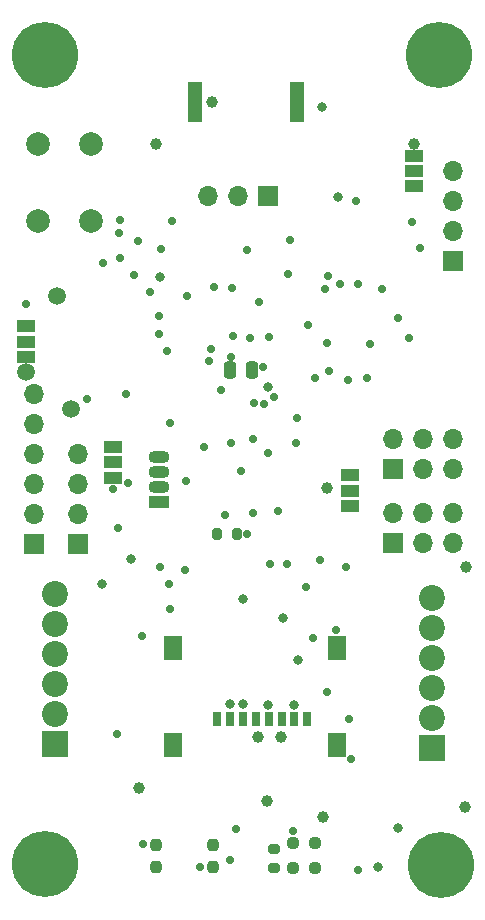
<source format=gbr>
%TF.GenerationSoftware,KiCad,Pcbnew,(7.0.0)*%
%TF.CreationDate,2023-07-06T10:13:40+01:00*%
%TF.ProjectId,wolf flight comp,776f6c66-2066-46c6-9967-687420636f6d,rev?*%
%TF.SameCoordinates,Original*%
%TF.FileFunction,Soldermask,Bot*%
%TF.FilePolarity,Negative*%
%FSLAX46Y46*%
G04 Gerber Fmt 4.6, Leading zero omitted, Abs format (unit mm)*
G04 Created by KiCad (PCBNEW (7.0.0)) date 2023-07-06 10:13:40*
%MOMM*%
%LPD*%
G01*
G04 APERTURE LIST*
G04 Aperture macros list*
%AMRoundRect*
0 Rectangle with rounded corners*
0 $1 Rounding radius*
0 $2 $3 $4 $5 $6 $7 $8 $9 X,Y pos of 4 corners*
0 Add a 4 corners polygon primitive as box body*
4,1,4,$2,$3,$4,$5,$6,$7,$8,$9,$2,$3,0*
0 Add four circle primitives for the rounded corners*
1,1,$1+$1,$2,$3*
1,1,$1+$1,$4,$5*
1,1,$1+$1,$6,$7*
1,1,$1+$1,$8,$9*
0 Add four rect primitives between the rounded corners*
20,1,$1+$1,$2,$3,$4,$5,0*
20,1,$1+$1,$4,$5,$6,$7,0*
20,1,$1+$1,$6,$7,$8,$9,0*
20,1,$1+$1,$8,$9,$2,$3,0*%
G04 Aperture macros list end*
%ADD10R,1.700000X1.700000*%
%ADD11O,1.700000X1.700000*%
%ADD12R,2.200000X2.200000*%
%ADD13C,2.200000*%
%ADD14C,5.600000*%
%ADD15R,1.800000X1.070000*%
%ADD16O,1.800000X1.070000*%
%ADD17C,2.000000*%
%ADD18RoundRect,0.237500X0.237500X-0.250000X0.237500X0.250000X-0.237500X0.250000X-0.237500X-0.250000X0*%
%ADD19R,1.500000X1.000000*%
%ADD20RoundRect,0.200000X-0.200000X-0.275000X0.200000X-0.275000X0.200000X0.275000X-0.200000X0.275000X0*%
%ADD21R,1.500000X2.000000*%
%ADD22R,0.800000X1.200000*%
%ADD23RoundRect,0.200000X0.275000X-0.200000X0.275000X0.200000X-0.275000X0.200000X-0.275000X-0.200000X0*%
%ADD24RoundRect,0.250000X0.250000X0.475000X-0.250000X0.475000X-0.250000X-0.475000X0.250000X-0.475000X0*%
%ADD25RoundRect,0.237500X0.250000X0.237500X-0.250000X0.237500X-0.250000X-0.237500X0.250000X-0.237500X0*%
%ADD26RoundRect,0.237500X-0.250000X-0.237500X0.250000X-0.237500X0.250000X0.237500X-0.250000X0.237500X0*%
%ADD27R,1.300000X3.400000*%
%ADD28RoundRect,0.237500X-0.237500X0.250000X-0.237500X-0.250000X0.237500X-0.250000X0.237500X0.250000X0*%
%ADD29C,0.700000*%
%ADD30C,1.000000*%
%ADD31C,0.800000*%
%ADD32C,1.500000*%
G04 APERTURE END LIST*
D10*
%TO.C,J10*%
X181999999Y-75879999D03*
D11*
X181999999Y-73339999D03*
X181999999Y-70799999D03*
X181999999Y-68259999D03*
%TD*%
D12*
%TO.C,J7*%
X180212999Y-117093999D03*
D13*
X180213000Y-114554000D03*
X180213000Y-112014000D03*
X180213000Y-109474000D03*
X180213000Y-106934000D03*
X180213000Y-104394000D03*
%TD*%
D10*
%TO.C,J6*%
X176910999Y-99694999D03*
D11*
X176910999Y-97154999D03*
X179450999Y-99694999D03*
X179450999Y-97154999D03*
X181990999Y-99694999D03*
X181990999Y-97154999D03*
%TD*%
D10*
%TO.C,J2*%
X150240999Y-99821999D03*
D11*
X150240999Y-97281999D03*
X150240999Y-94741999D03*
X150240999Y-92201999D03*
%TD*%
D14*
%TO.C,H4*%
X147447000Y-126873000D03*
%TD*%
D15*
%TO.C,D2*%
X157098999Y-96265999D03*
D16*
X157098999Y-94995999D03*
X157098999Y-93725999D03*
X157098999Y-92455999D03*
%TD*%
D10*
%TO.C,J5*%
X176910999Y-93471999D03*
D11*
X176910999Y-90931999D03*
X179450999Y-93471999D03*
X179450999Y-90931999D03*
X181990999Y-93471999D03*
X181990999Y-90931999D03*
%TD*%
D10*
%TO.C,J3*%
X146557999Y-99821999D03*
D11*
X146557999Y-97281999D03*
X146557999Y-94741999D03*
X146557999Y-92201999D03*
X146557999Y-89661999D03*
X146557999Y-87121999D03*
%TD*%
D12*
%TO.C,J4*%
X148335999Y-116712999D03*
D13*
X148336000Y-114173000D03*
X148336000Y-111633000D03*
X148336000Y-109093000D03*
X148336000Y-106553000D03*
X148336000Y-104013000D03*
%TD*%
D10*
%TO.C,J9*%
X166369999Y-70357999D03*
D11*
X163829999Y-70357999D03*
X161289999Y-70357999D03*
%TD*%
D14*
%TO.C,H1*%
X180975000Y-127000000D03*
%TD*%
%TO.C,H2*%
X147447000Y-58420000D03*
%TD*%
%TO.C,H3*%
X180848000Y-58420000D03*
%TD*%
D17*
%TO.C,SW1*%
X146848000Y-72465000D03*
X146848000Y-65965000D03*
X151348000Y-72465000D03*
X151348000Y-65965000D03*
%TD*%
D18*
%TO.C,R2*%
X161671000Y-127150500D03*
X161671000Y-125325500D03*
%TD*%
D19*
%TO.C,JP2*%
X153249999Y-94199999D03*
X153249999Y-92899999D03*
X153249999Y-91599999D03*
%TD*%
D20*
%TO.C,R15*%
X162050000Y-98950000D03*
X163700000Y-98950000D03*
%TD*%
D19*
%TO.C,JP4*%
X178699999Y-66949999D03*
X178699999Y-68249999D03*
X178699999Y-69549999D03*
%TD*%
D21*
%TO.C,J8*%
X172171999Y-116838999D03*
X158281999Y-116838999D03*
X158281999Y-108638999D03*
X172171999Y-108638999D03*
D22*
X162001999Y-114638999D03*
X163101999Y-114638999D03*
X164201999Y-114638999D03*
X165301999Y-114638999D03*
X166401999Y-114638999D03*
X167501999Y-114638999D03*
X168601999Y-114638999D03*
X169701999Y-114638999D03*
%TD*%
D23*
%TO.C,R24*%
X166850000Y-127275000D03*
X166850000Y-125625000D03*
%TD*%
D24*
%TO.C,C13*%
X165034000Y-85090000D03*
X163134000Y-85090000D03*
%TD*%
D25*
%TO.C,R1*%
X170330500Y-127254000D03*
X168505500Y-127254000D03*
%TD*%
D19*
%TO.C,JP3*%
X145849999Y-83999999D03*
X145849999Y-82699999D03*
X145849999Y-81399999D03*
%TD*%
%TO.C,JP1*%
X173299999Y-93999999D03*
X173299999Y-95299999D03*
X173299999Y-96599999D03*
%TD*%
D26*
%TO.C,R4*%
X168505500Y-125095000D03*
X170330500Y-125095000D03*
%TD*%
D27*
%TO.C,LS1*%
X168849999Y-62399999D03*
X160149999Y-62399999D03*
%TD*%
D28*
%TO.C,R5*%
X156845000Y-125325500D03*
X156845000Y-127150500D03*
%TD*%
D29*
X171323000Y-112369600D03*
X161800000Y-78050000D03*
X158038800Y-105359200D03*
X172135800Y-107137200D03*
X166350000Y-92150000D03*
D30*
X183000000Y-122100000D03*
D29*
X153850000Y-75600000D03*
X158050000Y-89611200D03*
D30*
X161650000Y-62400000D03*
D29*
X163144200Y-126542800D03*
X171336459Y-82786459D03*
D31*
X177350000Y-123850000D03*
D29*
X173950000Y-77800000D03*
D32*
X148463000Y-78841600D03*
D29*
X163626800Y-123952000D03*
X162687000Y-97358200D03*
X178300000Y-82400000D03*
X165900000Y-84800000D03*
X164550000Y-98950000D03*
X154300000Y-87100000D03*
X172950000Y-101800000D03*
X173385891Y-118024223D03*
X153700000Y-98450000D03*
X157302200Y-74828400D03*
X157150000Y-80500000D03*
X175000000Y-82900000D03*
X153750000Y-73500000D03*
D31*
X172300000Y-70450000D03*
D30*
X167450000Y-116200000D03*
D29*
X155778200Y-125247400D03*
X145850000Y-79474701D03*
D32*
X149700000Y-88350000D03*
D30*
X155400000Y-120500000D03*
X171350000Y-95100000D03*
D31*
X175700000Y-127150000D03*
D30*
X171000000Y-122900000D03*
X183150000Y-101750000D03*
X178700000Y-65950000D03*
D29*
X169750000Y-81250000D03*
X159500000Y-78850000D03*
X173850000Y-70800000D03*
X168700000Y-91300000D03*
X165076608Y-97177314D03*
X151050000Y-87550000D03*
X158250000Y-72500000D03*
D30*
X165500000Y-116150000D03*
D32*
X145850500Y-85250000D03*
D29*
X157150000Y-82050000D03*
X153250000Y-95150000D03*
X168000000Y-101500000D03*
D30*
X166250000Y-121550000D03*
X156900000Y-65950000D03*
D29*
X163200000Y-84000000D03*
X177400000Y-80700000D03*
X168050000Y-76950000D03*
X168500000Y-124102000D03*
X172450000Y-77800000D03*
X155050000Y-77050000D03*
X158000000Y-103200000D03*
X173950000Y-127400000D03*
X163300000Y-78150000D03*
X164550000Y-74900000D03*
X174700000Y-85800000D03*
X173250000Y-114600000D03*
X160900000Y-91650000D03*
X159449500Y-94500000D03*
X169600000Y-103450000D03*
D31*
X154750000Y-101100000D03*
D29*
X164100000Y-93600000D03*
X159350000Y-102000000D03*
D31*
X164250000Y-104500000D03*
D29*
X163200000Y-91250000D03*
D31*
X168925000Y-109625000D03*
X167650000Y-106100000D03*
X152300000Y-103200000D03*
X166400000Y-86500000D03*
D29*
X162350000Y-86800000D03*
X153850000Y-72400000D03*
X165600000Y-79300000D03*
X175999500Y-78200000D03*
D31*
X170900000Y-62800000D03*
D29*
X179250000Y-74800000D03*
X178550000Y-72600000D03*
X166850000Y-87350000D03*
X173100000Y-85900000D03*
X152400000Y-76000000D03*
X157800000Y-83500000D03*
X170350000Y-85800000D03*
X155350000Y-74200000D03*
D31*
X157250000Y-77250500D03*
D29*
X156400000Y-78500000D03*
X164850000Y-82350000D03*
X168250000Y-74100000D03*
X168800000Y-89150000D03*
X171200000Y-78200500D03*
X163400000Y-82250000D03*
X171400000Y-77100000D03*
X166450000Y-82300000D03*
X171500000Y-85150000D03*
X165150000Y-87900000D03*
X170750000Y-101200000D03*
X170174276Y-107760372D03*
X166029763Y-87992590D03*
D31*
X163100000Y-113400000D03*
X164250000Y-113400000D03*
X166400000Y-113450000D03*
X168600000Y-113450000D03*
D29*
X160600000Y-127200000D03*
X161400000Y-84350000D03*
X154500000Y-94650000D03*
X161550000Y-83350000D03*
X155650000Y-107600000D03*
X167208931Y-96991069D03*
X166550000Y-101500000D03*
X165050500Y-90900000D03*
X157200000Y-101800000D03*
X153550000Y-115900000D03*
M02*

</source>
